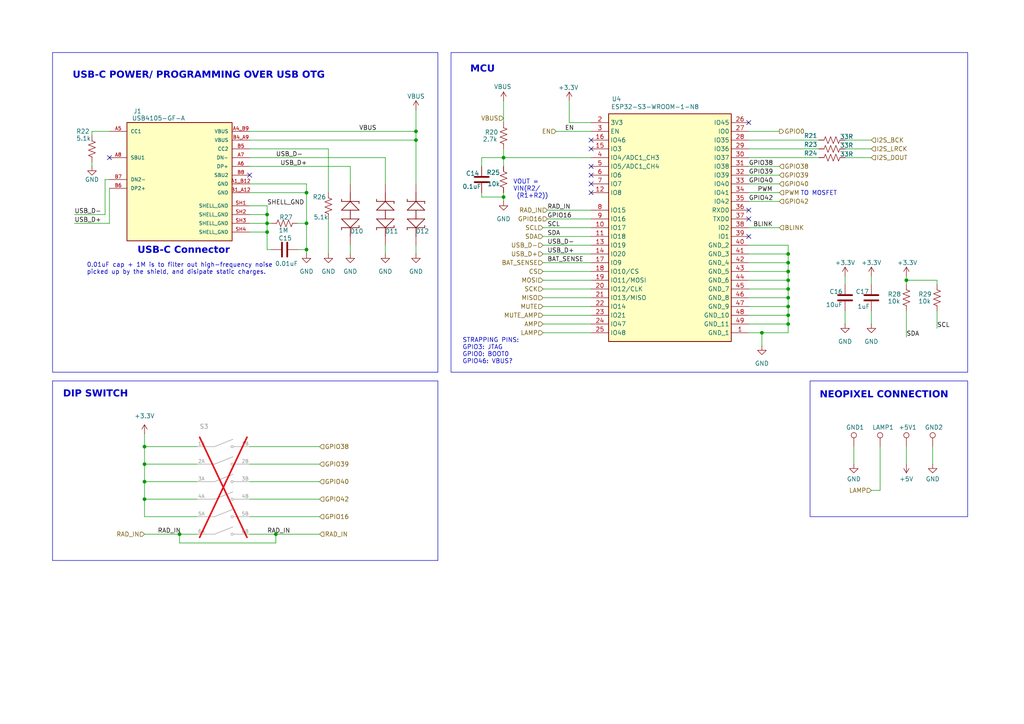
<source format=kicad_sch>
(kicad_sch (version 20250114) (generator "eeschema") (generator_version "9.0")
  (paper "A4")
  (lib_symbols
    (symbol "C_1" (pin_numbers (hide yes)) (pin_names (offset 0.254))
      (property "Reference" "C" (at 0.635 2.54 0))
      (property "Value" "C" (at 0.635 -2.54 0))
      (symbol "C_1_0_1"
        (polyline (pts (xy -2.032 0.762) (xy 2.032 0.762)) (stroke (width 0.508)))
        (polyline (pts (xy -2.032 -0.762) (xy 2.032 -0.762)) (stroke (width 0.508)))
      )
      (symbol "C_1_1_1"
        (pin passive line (at 0 3.81 270) (length 2.794) (name "~") (number "1"))
        (pin passive line (at 0 -3.81 90) (length 2.794) (name "~") (number "2"))
      )
    )
    (symbol "C_2" (pin_numbers (hide yes)) (pin_names (offset 0.254))
      (property "Reference" "C" (at 0.635 2.54 0))
      (property "Value" "C" (at 0.635 -2.54 0))
      (symbol "C_2_0_1"
        (polyline (pts (xy -2.032 0.762) (xy 2.032 0.762)) (stroke (width 0.508)))
        (polyline (pts (xy -2.032 -0.762) (xy 2.032 -0.762)) (stroke (width 0.508)))
      )
      (symbol "C_2_1_1"
        (pin passive line (at 0 3.81 270) (length 2.794) (name "~") (number "1"))
        (pin passive line (at 0 -3.81 90) (length 2.794) (name "~") (number "2"))
      )
    )
    (symbol "C_3" (pin_numbers (hide yes)) (pin_names (offset 0.254))
      (property "Reference" "C" (at 0.635 2.54 0))
      (property "Value" "C" (at 0.635 -2.54 0))
      (symbol "C_3_0_1"
        (polyline (pts (xy -2.032 0.762) (xy 2.032 0.762)) (stroke (width 0.508)))
        (polyline (pts (xy -2.032 -0.762) (xy 2.032 -0.762)) (stroke (width 0.508)))
      )
      (symbol "C_3_1_1"
        (pin passive line (at 0 3.81 270) (length 2.794) (name "~") (number "1"))
        (pin passive line (at 0 -3.81 90) (length 2.794) (name "~") (number "2"))
      )
    )
    (symbol "Connector:TestPoint" (pin_numbers (hide yes)) (pin_names (offset 0.762) (hide yes))
      (property "Reference" "TP" (at 0 6.858 0))
      (property "Value" "TestPoint" (at 0 5.08 0))
      (symbol "TestPoint_0_1"
        (circle (center 0 3.302) (radius 0.762))
      )
      (symbol "TestPoint_1_1"
        (pin passive line (at 0 0 90) (length 2.54) (name "1") (number "1"))
      )
    )
    (symbol "DIP SWITCH DS04-254-2-06BK-SMT:DS04-254-2-06BK-SMT" (pin_names (offset 1.016))
      (property "Reference" "S" (at -2.54 15.24 0))
      (property "Value" "DS04-254-2-06BK-SMT" (at -2.54 -15.24 0))
      (symbol "DS04-254-2-06BK-SMT_0_0"
        (polyline (pts (xy -2.54 12.7) (xy -5.08 12.7)) (stroke (width 0.1524)))
        (polyline (pts (xy -2.54 12.7) (xy 2.794 14.8336)) (stroke (width 0.1524)))
        (polyline (pts (xy -2.54 7.62) (xy -5.08 7.62)) (stroke (width 0.1524)))
        (polyline (pts (xy -2.54 7.62) (xy 2.794 9.7536)) (stroke (width 0.1524)))
        (polyline (pts (xy -2.54 2.54) (xy -5.08 2.54)) (stroke (width 0.1524)))
        (polyline (pts (xy -2.54 2.54) (xy 2.794 4.6736)) (stroke (width 0.1524)))
        (polyline (pts (xy -2.54 -2.54) (xy -5.08 -2.54)) (stroke (width 0.1524)))
        (polyline (pts (xy -2.54 -2.54) (xy 2.794 -0.4064)) (stroke (width 0.1524)))
        (polyline (pts (xy -2.54 -7.62) (xy -5.08 -7.62)) (stroke (width 0.1524)))
        (polyline (pts (xy -2.54 -7.62) (xy 2.794 -5.4864)) (stroke (width 0.1524)))
        (polyline (pts (xy -2.54 -12.7) (xy -5.08 -12.7)) (stroke (width 0.1524)))
        (polyline (pts (xy -2.54 -12.7) (xy 2.794 -10.5664)) (stroke (width 0.1524)))
        (circle (center 2.54 12.7) (radius 0.3302) (stroke (width 0.1524)))
        (circle (center 2.54 7.62) (radius 0.3302) (stroke (width 0.1524)))
        (circle (center 2.54 2.54) (radius 0.3302) (stroke (width 0.1524)))
        (circle (center 2.54 -2.54) (radius 0.3302) (stroke (width 0.1524)))
        (circle (center 2.54 -7.62) (radius 0.3302) (stroke (width 0.1524)))
        (circle (center 2.54 -12.7) (radius 0.3302) (stroke (width 0.1524)))
        (polyline (pts (xy 5.08 12.7) (xy 2.921 12.7)) (stroke (width 0.1524)))
        (polyline (pts (xy 5.08 7.62) (xy 2.921 7.62)) (stroke (width 0.1524)))
        (polyline (pts (xy 5.08 2.54) (xy 2.921 2.54)) (stroke (width 0.1524)))
        (polyline (pts (xy 5.08 -2.54) (xy 2.921 -2.54)) (stroke (width 0.1524)))
        (polyline (pts (xy 5.08 -7.62) (xy 2.921 -7.62)) (stroke (width 0.1524)))
        (polyline (pts (xy 5.08 -12.7) (xy 2.921 -12.7)) (stroke (width 0.1524)))
        (pin passive line (at -7.62 12.7 0) (length 2.54) (name "~") (number "1A"))
        (pin passive line (at -7.62 7.62 0) (length 2.54) (name "~") (number "2A"))
        (pin passive line (at -7.62 2.54 0) (length 2.54) (name "~") (number "3A"))
        (pin passive line (at -7.62 -2.54 0) (length 2.54) (name "~") (number "4A"))
        (pin passive line (at -7.62 -7.62 0) (length 2.54) (name "~") (number "5A"))
        (pin passive line (at -7.62 -12.7 0) (length 2.54) (name "~") (number "6A"))
        (pin passive line (at 7.62 12.7 180) (length 2.54) (name "~") (number "1B"))
        (pin passive line (at 7.62 7.62 180) (length 2.54) (name "~") (number "2B"))
        (pin passive line (at 7.62 2.54 180) (length 2.54) (name "~") (number "3B"))
        (pin passive line (at 7.62 -2.54 180) (length 2.54) (name "~") (number "4B"))
        (pin passive line (at 7.62 -7.62 180) (length 2.54) (name "~") (number "5B"))
        (pin passive line (at 7.62 -12.7 180) (length 2.54) (name "~") (number "6B"))
      )
    )
    (symbol "Device:C" (pin_numbers (hide yes)) (pin_names (offset 0.254))
      (property "Reference" "C" (at 0.635 2.54 0))
      (property "Value" "C" (at 0.635 -2.54 0))
      (symbol "C_0_1"
        (polyline (pts (xy -2.032 0.762) (xy 2.032 0.762)) (stroke (width 0.508)))
        (polyline (pts (xy -2.032 -0.762) (xy 2.032 -0.762)) (stroke (width 0.508)))
      )
      (symbol "C_1_1"
        (pin passive line (at 0 3.81 270) (length 2.794) (name "~") (number "1"))
        (pin passive line (at 0 -3.81 90) (length 2.794) (name "~") (number "2"))
      )
    )
    (symbol "Device:R_US" (pin_numbers (hide yes)) (pin_names (offset 0))
      (property "Reference" "R" (at 2.54 0 90))
      (property "Value" "R_US" (at -2.54 0 90))
      (symbol "R_US_0_1"
        (polyline (pts (xy 0 2.286) (xy 0 2.54)))
        (polyline (pts (xy 0 2.286) (xy 1.016 1.905) (xy 0 1.524) (xy -1.016 1.143) (xy 0 0.762)))
        (polyline (pts (xy 0 0.762) (xy 1.016 0.381) (xy 0 0) (xy -1.016 -0.381) (xy 0 -0.762)))
        (polyline (pts (xy 0 -0.762) (xy 1.016 -1.143) (xy 0 -1.524) (xy -1.016 -1.905) (xy 0 -2.286)))
        (polyline (pts (xy 0 -2.286) (xy 0 -2.54)))
      )
      (symbol "R_US_1_1"
        (pin passive line (at 0 3.81 270) (length 1.27) (name "~") (number "1"))
        (pin passive line (at 0 -3.81 90) (length 1.27) (name "~") (number "2"))
      )
    )
    (symbol "ESP32-S3-WROOM-1-N8:ESP32-S3-WROOM-1-N8"
      (property "Reference" "U" (at -10.16 29.21 0))
      (property "Value" "ESP32-S3-WROOM-1-N8" (at -10.16 26.67 0))
      (symbol "ESP32-S3-WROOM-1-N8_1_1"
        (rectangle (start -10.16 24.13) (end 25.4 -41.91) (stroke (width 0.254)) (fill (type background)))
        (pin passive line (at -15.24 21.59 0) (length 5.08) (name "3V3") (number "2"))
        (pin passive line (at -15.24 19.05 0) (length 5.08) (name "EN") (number "3"))
        (pin passive line (at -15.24 16.51 0) (length 5.08) (name "IO46") (number "16"))
        (pin passive line (at -15.24 13.97 0) (length 5.08) (name "IO3") (number "15"))
        (pin passive line (at -15.24 11.43 0) (length 5.08) (name "IO4/ADC1_CH3") (number "4"))
        (pin passive line (at -15.24 8.89 0) (length 5.08) (name "IO5/ADC1_CH4") (number "5"))
        (pin passive line (at -15.24 6.35 0) (length 5.08) (name "IO6") (number "6"))
        (pin passive line (at -15.24 3.81 0) (length 5.08) (name "IO7") (number "7"))
        (pin passive line (at -15.24 1.27 0) (length 5.08) (name "IO8") (number "12"))
        (pin passive line (at -15.24 -3.81 0) (length 5.08) (name "IO15") (number "8"))
        (pin passive line (at -15.24 -6.35 0) (length 5.08) (name "IO16") (number "9"))
        (pin passive line (at -15.24 -8.89 0) (length 5.08) (name "IO17") (number "10"))
        (pin passive line (at -15.24 -11.43 0) (length 5.08) (name "IO18") (number "11"))
        (pin passive line (at -15.24 -13.97 0) (length 5.08) (name "IO19") (number "13"))
        (pin passive line (at -15.24 -16.51 0) (length 5.08) (name "IO20") (number "14"))
        (pin passive line (at -15.24 -19.05 0) (length 5.08) (name "IO9") (number "17"))
        (pin passive line (at -15.24 -21.59 0) (length 5.08) (name "IO10/CS") (number "18"))
        (pin passive line (at -15.24 -24.13 0) (length 5.08) (name "IO11/MOSI") (number "19"))
        (pin passive line (at -15.24 -26.67 0) (length 5.08) (name "IO12/CLK") (number "20"))
        (pin passive line (at -15.24 -29.21 0) (length 5.08) (name "IO13/MISO") (number "21"))
        (pin passive line (at -15.24 -31.75 0) (length 5.08) (name "IO14") (number "22"))
        (pin passive line (at -15.24 -34.29 0) (length 5.08) (name "IO21") (number "23"))
        (pin passive line (at -15.24 -36.83 0) (length 5.08) (name "IO47") (number "24"))
        (pin passive line (at -15.24 -39.37 0) (length 5.08) (name "IO48") (number "25"))
        (pin passive line (at 30.48 21.59 180) (length 5.08) (name "IO45") (number "26"))
        (pin passive line (at 30.48 19.05 180) (length 5.08) (name "IO0") (number "27"))
        (pin passive line (at 30.48 16.51 180) (length 5.08) (name "IO35") (number "28"))
        (pin passive line (at 30.48 13.97 180) (length 5.08) (name "IO36") (number "29"))
        (pin passive line (at 30.48 11.43 180) (length 5.08) (name "IO37") (number "30"))
        (pin passive line (at 30.48 8.89 180) (length 5.08) (name "IO38") (number "31"))
        (pin passive line (at 30.48 6.35 180) (length 5.08) (name "IO39") (number "32"))
        (pin passive line (at 30.48 3.81 180) (length 5.08) (name "IO40") (number "33"))
        (pin passive line (at 30.48 1.27 180) (length 5.08) (name "IO41") (number "34"))
        (pin passive line (at 30.48 -1.27 180) (length 5.08) (name "IO42") (number "35"))
        (pin passive line (at 30.48 -3.81 180) (length 5.08) (name "RXD0") (number "36"))
        (pin passive line (at 30.48 -6.35 180) (length 5.08) (name "TXD0") (number "37"))
        (pin passive line (at 30.48 -8.89 180) (length 5.08) (name "IO2") (number "38"))
        (pin passive line (at 30.48 -11.43 180) (length 5.08) (name "IO1") (number "39"))
        (pin passive line (at 30.48 -13.97 180) (length 5.08) (name "GND_2") (number "40"))
        (pin passive line (at 30.48 -16.51 180) (length 5.08) (name "GND_3") (number "41"))
        (pin passive line (at 30.48 -19.05 180) (length 5.08) (name "GND_4") (number "42"))
        (pin passive line (at 30.48 -21.59 180) (length 5.08) (name "GND_5") (number "43"))
        (pin passive line (at 30.48 -24.13 180) (length 5.08) (name "GND_6") (number "44"))
        (pin passive line (at 30.48 -26.67 180) (length 5.08) (name "GND_7") (number "45"))
        (pin passive line (at 30.48 -29.21 180) (length 5.08) (name "GND_8") (number "46"))
        (pin passive line (at 30.48 -31.75 180) (length 5.08) (name "GND_9") (number "47"))
        (pin passive line (at 30.48 -34.29 180) (length 5.08) (name "GND_10") (number "48"))
        (pin passive line (at 30.48 -36.83 180) (length 5.08) (name "GND_11") (number "49"))
        (pin passive line (at 30.48 -39.37 180) (length 5.08) (name "GND_1") (number "1"))
      )
    )
    (symbol "PESD5V0S1BA_2" (pin_numbers (hide yes)) (pin_names (offset 0.254) (hide yes))
      (property "Reference" "CR" (at 9.525 -5.715 0))
      (property "Value" "PESD5V0S1BA" (at 8.89 -9.525 0))
      (symbol "PESD5V0S1BA_2_0_1"
        (polyline (pts (xy 2.54 0) (xy 5.08 0)) (stroke (width 0.2032)))
        (polyline (pts (xy 5.08 2.54) (xy 4.445 2.54)) (stroke (width 0.2032)))
        (polyline (pts (xy 5.08 2.54) (xy 5.08 -2.54)) (stroke (width 0.2032)))
        (polyline (pts (xy 5.08 -2.54) (xy 5.715 -2.54)) (stroke (width 0.2032)))
        (polyline (pts (xy 7.62 2.54) (xy 5.08 0)) (stroke (width 0.2032)))
        (polyline (pts (xy 7.62 2.54) (xy 7.62 -2.54)) (stroke (width 0.2032)))
        (polyline (pts (xy 7.62 -2.54) (xy 5.08 0)) (stroke (width 0.2032)))
        (polyline (pts (xy 10.16 2.54) (xy 12.7 0)) (stroke (width 0.2032)))
        (polyline (pts (xy 10.16 0) (xy 7.62 0)) (stroke (width 0.2032)))
        (polyline (pts (xy 10.16 -2.54) (xy 10.16 2.54)) (stroke (width 0.2032)))
        (polyline (pts (xy 10.16 -2.54) (xy 12.7 0)) (stroke (width 0.2032)))
        (polyline (pts (xy 12.7 2.54) (xy 13.335 2.54)) (stroke (width 0.2032)))
        (polyline (pts (xy 12.7 -2.54) (xy 12.065 -2.54)) (stroke (width 0.2032)))
        (polyline (pts (xy 12.7 -2.54) (xy 12.7 2.54)) (stroke (width 0.2032)))
        (polyline (pts (xy 15.24 0) (xy 12.7 0)) (stroke (width 0.2032)))
      )
      (symbol "PESD5V0S1BA_2_1_1"
        (pin power_in line (at 0 0 0) (length 2.54) (name "1") (number "1"))
        (pin passive line (at 17.78 0 180) (length 2.54) (name "2") (number "2"))
      )
    )
    (symbol "USB4105-GF-A_1" (pin_names (offset 1.016))
      (property "Reference" "J" (at -13.97 13.462 0))
      (property "Value" "USB4105-GF-A" (at -14.732 -25.4 0))
      (symbol "USB4105-GF-A_1_0_0"
        (rectangle (start -15.24 12.7) (end 15.24 -21.59) (stroke (width 0.254)) (fill (type background)))
        (pin bidirectional line (at -20.32 10.16 0) (length 5.08) (name "CC1") (number "A5"))
        (pin bidirectional line (at -20.32 2.54 0) (length 5.08) (name "SBU1") (number "A8"))
        (pin power_in line (at 20.32 7.62 180) (length 5.08) (name "VBUS") (number "B4_A9"))
        (pin bidirectional line (at 20.32 5.08 180) (length 5.08) (name "CC2") (number "B5"))
        (pin bidirectional line (at 20.32 -2.54 180) (length 5.08) (name "SBU2") (number "B8"))
        (pin power_in line (at 20.32 -5.08 180) (length 5.08) (name "GND") (number "A1_B12"))
        (pin power_in line (at 20.32 -7.62 180) (length 5.08) (name "GND") (number "B1_A12"))
      )
      (symbol "USB4105-GF-A_1_1_0"
        (pin bidirectional line (at -20.32 -3.81 0) (length 5.08) (name "DN2-") (number "B7"))
        (pin bidirectional line (at -20.32 -6.35 0) (length 5.08) (name "DP2+") (number "B6"))
        (pin power_in line (at 20.32 10.16 180) (length 5.08) (name "VBUS") (number "A4_B9"))
        (pin bidirectional line (at 20.32 2.54 180) (length 5.08) (name "DN-") (number "A7"))
        (pin bidirectional line (at 20.32 0 180) (length 5.08) (name "DP+") (number "A6"))
        (pin passive line (at 20.32 -11.43 180) (length 5.08) (name "SHELL_GND") (number "SH1"))
        (pin passive line (at 20.32 -13.97 180) (length 5.08) (name "SHELL_GND") (number "SH2"))
        (pin passive line (at 20.32 -16.51 180) (length 5.08) (name "SHELL_GND") (number "SH3"))
        (pin passive line (at 20.32 -19.05 180) (length 5.08) (name "SHELL_GND") (number "SH4"))
      )
    )
    (symbol "power:+3.3V" (power) (pin_numbers (hide yes)) (pin_names (offset 0) (hide yes))
      (property "Value" "+3.3V" (at 0 3.556 0))
      (symbol "+3.3V_0_1"
        (polyline (pts (xy -0.762 1.27) (xy 0 2.54)))
        (polyline (pts (xy 0 2.54) (xy 0.762 1.27)))
        (polyline (pts (xy 0 0) (xy 0 2.54)))
      )
      (symbol "+3.3V_1_1"
        (pin power_in line (at 0 0 90) (length 0) (name "~") (number "1"))
      )
    )
    (symbol "power:+5V" (power) (pin_numbers (hide yes)) (pin_names (offset 0) (hide yes))
      (property "Value" "+5V" (at 0 3.556 0))
      (symbol "+5V_0_1"
        (polyline (pts (xy -0.762 1.27) (xy 0 2.54)))
        (polyline (pts (xy 0 2.54) (xy 0.762 1.27)))
        (polyline (pts (xy 0 0) (xy 0 2.54)))
      )
      (symbol "+5V_1_1"
        (pin power_in line (at 0 0 90) (length 0) (name "~") (number "1"))
      )
    )
    (symbol "power:+BATT" (power) (pin_numbers (hide yes)) (pin_names (offset 0) (hide yes))
      (property "Value" "+BATT" (at 0 3.556 0))
      (symbol "+BATT_0_1"
        (polyline (pts (xy -0.762 1.27) (xy 0 2.54)))
        (polyline (pts (xy 0 2.54) (xy 0.762 1.27)))
        (polyline (pts (xy 0 0) (xy 0 2.54)))
      )
      (symbol "+BATT_1_1"
        (pin power_in line (at 0 0 90) (length 0) (name "~") (number "1"))
      )
    )
    (symbol "power:GND" (power) (pin_numbers (hide yes)) (pin_names (offset 0) (hide yes))
      (property "Value" "GND" (at 0 -3.81 0))
      (symbol "GND_0_1"
        (polyline (pts (xy 0 0) (xy 0 -1.27) (xy 1.27 -1.27) (xy 0 -2.54) (xy -1.27 -1.27) (xy 0 -1.27)))
      )
      (symbol "GND_1_1"
        (pin power_in line (at 0 0 270) (length 0) (name "~") (number "1"))
      )
    )
    (symbol "power:VBUS" (power) (pin_numbers (hide yes)) (pin_names (offset 0) (hide yes))
      (property "Value" "VBUS" (at 0 3.556 0))
      (symbol "VBUS_0_1"
        (polyline (pts (xy -0.762 1.27) (xy 0 2.54)))
        (polyline (pts (xy 0 2.54) (xy 0.762 1.27)))
        (polyline (pts (xy 0 0) (xy 0 2.54)))
      )
      (symbol "VBUS_1_1"
        (pin power_in line (at 0 0 90) (length 0) (name "~") (number "1"))
      )
    )
  )
  (rectangle (start 130.81 15.24) (end 280.67 107.95))
  (rectangle (start 15.24 15.24) (end 127 107.95))
  (rectangle (start 234.95 110.49) (end 280.67 149.86))
  (text "USB-C POWER/ PROGRAMMING OVER USB OTG" (at 21.082 23.622 0) (effects (font (size 2 2) (thickness 1.016) (bold yes)) (justify left bottom)))
  (text "0.01uF cap + 1M is to filter out high-frequency noise \npicked up by the shield, and disipate static charges." (at 25.146 77.978 0) (effects (font (size 1.27 1.27)) (justify left)))
  (text "MCU" (at 136.398 21.844 0) (effects (font (size 2 2) (thickness 1.016) (bold yes)) (justify left bottom)))
  (text "DIP SWITCH " (at 18.288 116.078 0) (effects (font (size 2 2) (thickness 1.016) (bold yes)) (justify left bottom)))
  (text "VOUT = \nVIN(R2/\n (R1+R2))" (at 148.844 54.864 0) (effects (font (size 1.27 1.27)) (justify left)))
  (text "TO MOSFET" (at 232.156 56.134 0) (effects (font (size 1.27 1.27)) (justify left)))
  (text "USB-C Connector" (at 39.878 74.422 0) (effects (font (size 2 2) (thickness 0.4064) (bold yes)) (justify left bottom)))
  (text "STRAPPING PINS: \nGPIO3: JTAG\nGPIO0: BOOT0\nGPIO46: VBUS?" (at 134.112 101.854 0) (effects (font (size 1.27 1.27)) (justify left)))
  (text "NEOPIXEL CONNECTION" (at 237.744 116.332 0) (effects (font (size 2 2) (thickness 0.4064) (bold yes)) (justify left bottom)))
  (junction (at 88.9 55.88))
  (junction (at 52.07 154.94))
  (junction (at 120.65 40.64))
  (junction (at 146.05 45.72))
  (junction (at 41.91 144.78))
  (junction (at 80.01 154.94))
  (junction (at 146.05 57.15))
  (junction (at 228.6 86.36))
  (junction (at 88.9 64.77))
  (junction (at 262.89 81.28))
  (junction (at 228.6 88.9))
  (junction (at 77.47 67.31))
  (junction (at 220.98 96.52))
  (junction (at 228.6 76.2))
  (junction (at 228.6 91.44))
  (junction (at 228.6 73.66))
  (junction (at 77.47 64.77))
  (junction (at 228.6 83.82))
  (junction (at 228.6 78.74))
  (junction (at 228.6 93.98))
  (junction (at 41.91 129.54))
  (junction (at 88.9 72.39))
  (junction (at 228.6 81.28))
  (junction (at 120.65 38.1))
  (junction (at 77.47 62.23))
  (junction (at 41.91 139.7))
  (junction (at 41.91 134.62))
  (no_connect (at 72.39 50.8))
  (no_connect (at 171.45 40.64))
  (no_connect (at 217.17 35.56))
  (no_connect (at 171.45 43.18))
  (no_connect (at 171.45 48.26))
  (no_connect (at 217.17 68.58))
  (no_connect (at 171.45 55.88))
  (no_connect (at 171.45 50.8))
  (no_connect (at 217.17 60.96))
  (no_connect (at 171.45 53.34))
  (no_connect (at 31.75 45.72))
  (no_connect (at 217.17 63.5))
  (wire (pts (xy 157.48 86.36) (xy 171.45 86.36)))
  (wire (pts (xy 120.65 40.64) (xy 120.65 53.34)))
  (wire (pts (xy 146.05 45.72) (xy 146.05 48.26)))
  (wire (pts (xy 228.6 91.44) (xy 217.17 91.44)))
  (wire (pts (xy 72.39 149.86) (xy 92.71 149.86)))
  (wire (pts (xy 52.07 157.48) (xy 80.01 157.48)))
  (wire (pts (xy 158.75 63.5) (xy 171.45 63.5)))
  (wire (pts (xy 120.65 38.1) (xy 120.65 40.64)))
  (wire (pts (xy 72.39 134.62) (xy 92.71 134.62)))
  (wire (pts (xy 120.65 31.75) (xy 120.65 38.1)))
  (wire (pts (xy 217.17 45.72) (xy 237.49 45.72)))
  (wire (pts (xy 77.47 72.39) (xy 77.47 67.31)))
  (wire (pts (xy 228.6 78.74) (xy 228.6 81.28)))
  (wire (pts (xy 139.7 45.72) (xy 146.05 45.72)))
  (wire (pts (xy 228.6 86.36) (xy 228.6 88.9)))
  (wire (pts (xy 161.29 38.1) (xy 171.45 38.1)))
  (polyline (pts (xy 127 162.56) (xy 127 110.49)) (stroke (width 0) (type solid)))
  (wire (pts (xy 245.11 43.18) (xy 252.73 43.18)))
  (wire (pts (xy 157.48 73.66) (xy 171.45 73.66)))
  (wire (pts (xy 111.76 45.72) (xy 111.76 53.34)))
  (wire (pts (xy 88.9 64.77) (xy 88.9 72.39)))
  (polyline (pts (xy 15.24 162.56) (xy 127 162.56)))
  (wire (pts (xy 146.05 43.18) (xy 146.05 45.72)))
  (wire (pts (xy 247.65 129.54) (xy 247.65 134.62)))
  (wire (pts (xy 72.39 53.34) (xy 88.9 53.34)))
  (wire (pts (xy 217.17 71.12) (xy 228.6 71.12)))
  (wire (pts (xy 101.6 48.26) (xy 101.6 53.34)))
  (wire (pts (xy 220.98 96.52) (xy 220.98 100.33)))
  (wire (pts (xy 217.17 48.26) (xy 226.06 48.26)))
  (wire (pts (xy 72.39 154.94) (xy 80.01 154.94)))
  (wire (pts (xy 111.76 71.12) (xy 111.76 73.66)))
  (wire (pts (xy 31.75 38.1) (xy 26.67 38.1)))
  (wire (pts (xy 146.05 29.21) (xy 146.05 35.56)))
  (wire (pts (xy 80.01 154.94) (xy 80.01 157.48)))
  (wire (pts (xy 217.17 86.36) (xy 228.6 86.36)))
  (wire (pts (xy 41.91 125.73) (xy 41.91 129.54)))
  (wire (pts (xy 217.17 96.52) (xy 220.98 96.52)))
  (wire (pts (xy 72.39 67.31) (xy 77.47 67.31)))
  (wire (pts (xy 245.11 80.01) (xy 245.11 82.55)))
  (wire (pts (xy 72.39 144.78) (xy 92.71 144.78)))
  (wire (pts (xy 72.39 62.23) (xy 77.47 62.23)))
  (wire (pts (xy 271.78 81.28) (xy 271.78 82.55)))
  (wire (pts (xy 217.17 38.1) (xy 226.06 38.1)))
  (wire (pts (xy 26.67 38.1) (xy 26.67 39.37)))
  (wire (pts (xy 95.25 43.18) (xy 95.25 55.88)))
  (wire (pts (xy 217.17 55.88) (xy 226.06 55.88)))
  (wire (pts (xy 228.6 73.66) (xy 228.6 76.2)))
  (wire (pts (xy 72.39 43.18) (xy 95.25 43.18)))
  (wire (pts (xy 165.1 35.56) (xy 171.45 35.56)))
  (wire (pts (xy 270.51 129.54) (xy 270.51 134.62)))
  (wire (pts (xy 88.9 55.88) (xy 88.9 64.77)))
  (wire (pts (xy 255.27 129.54) (xy 255.27 142.24)))
  (wire (pts (xy 157.48 71.12) (xy 171.45 71.12)))
  (wire (pts (xy 41.91 144.78) (xy 57.15 144.78)))
  (wire (pts (xy 41.91 154.94) (xy 52.07 154.94)))
  (wire (pts (xy 217.17 73.66) (xy 228.6 73.66)))
  (wire (pts (xy 30.48 52.07) (xy 30.48 62.23)))
  (wire (pts (xy 245.11 90.17) (xy 245.11 93.98)))
  (wire (pts (xy 217.17 58.42) (xy 226.06 58.42)))
  (wire (pts (xy 95.25 63.5) (xy 95.25 73.66)))
  (wire (pts (xy 262.89 90.17) (xy 262.89 97.79)))
  (wire (pts (xy 228.6 71.12) (xy 228.6 73.66)))
  (wire (pts (xy 41.91 144.78) (xy 41.91 149.86)))
  (wire (pts (xy 72.39 38.1) (xy 120.65 38.1)))
  (wire (pts (xy 77.47 59.69) (xy 77.47 62.23)))
  (wire (pts (xy 157.48 88.9) (xy 171.45 88.9)))
  (wire (pts (xy 228.6 93.98) (xy 228.6 96.52)))
  (wire (pts (xy 157.48 81.28) (xy 171.45 81.28)))
  (wire (pts (xy 171.45 45.72) (xy 146.05 45.72)))
  (wire (pts (xy 228.6 91.44) (xy 228.6 93.98)))
  (wire (pts (xy 146.05 57.15) (xy 146.05 58.42)))
  (wire (pts (xy 252.73 142.24) (xy 255.27 142.24)))
  (wire (pts (xy 139.7 57.15) (xy 146.05 57.15)))
  (wire (pts (xy 72.39 48.26) (xy 101.6 48.26)))
  (wire (pts (xy 72.39 45.72) (xy 111.76 45.72)))
  (wire (pts (xy 157.48 66.04) (xy 171.45 66.04)))
  (wire (pts (xy 21.59 62.23) (xy 30.48 62.23)))
  (wire (pts (xy 217.17 83.82) (xy 228.6 83.82)))
  (wire (pts (xy 217.17 78.74) (xy 228.6 78.74)))
  (wire (pts (xy 86.36 64.77) (xy 88.9 64.77)))
  (wire (pts (xy 262.89 81.28) (xy 262.89 82.55)))
  (wire (pts (xy 217.17 53.34) (xy 226.06 53.34)))
  (wire (pts (xy 217.17 40.64) (xy 237.49 40.64)))
  (wire (pts (xy 77.47 72.39) (xy 78.74 72.39)))
  (wire (pts (xy 31.75 52.07) (xy 30.48 52.07)))
  (wire (pts (xy 217.17 66.04) (xy 226.06 66.04)))
  (wire (pts (xy 52.07 154.94) (xy 52.07 157.48)))
  (wire (pts (xy 80.01 154.94) (xy 92.71 154.94)))
  (wire (pts (xy 26.67 46.99) (xy 26.67 48.26)))
  (wire (pts (xy 41.91 129.54) (xy 57.15 129.54)))
  (wire (pts (xy 245.11 45.72) (xy 252.73 45.72)))
  (wire (pts (xy 228.6 81.28) (xy 228.6 83.82)))
  (wire (pts (xy 72.39 139.7) (xy 92.71 139.7)))
  (wire (pts (xy 217.17 50.8) (xy 226.06 50.8)))
  (wire (pts (xy 72.39 64.77) (xy 77.47 64.77)))
  (wire (pts (xy 88.9 72.39) (xy 88.9 73.66)))
  (wire (pts (xy 228.6 88.9) (xy 228.6 91.44)))
  (wire (pts (xy 41.91 134.62) (xy 41.91 139.7)))
  (wire (pts (xy 157.48 96.52) (xy 171.45 96.52)))
  (wire (pts (xy 72.39 55.88) (xy 88.9 55.88)))
  (wire (pts (xy 228.6 76.2) (xy 228.6 78.74)))
  (wire (pts (xy 228.6 83.82) (xy 228.6 86.36)))
  (wire (pts (xy 146.05 55.88) (xy 146.05 57.15)))
  (wire (pts (xy 157.48 78.74) (xy 171.45 78.74)))
  (polyline (pts (xy 15.24 110.49) (xy 127 110.49)))
  (wire (pts (xy 41.91 129.54) (xy 41.91 134.62)))
  (wire (pts (xy 77.47 64.77) (xy 77.47 67.31)))
  (wire (pts (xy 245.11 40.64) (xy 252.73 40.64)))
  (wire (pts (xy 101.6 71.12) (xy 101.6 73.66)))
  (wire (pts (xy 262.89 129.54) (xy 262.89 134.62)))
  (wire (pts (xy 86.36 72.39) (xy 88.9 72.39)))
  (wire (pts (xy 77.47 62.23) (xy 77.47 64.77)))
  (wire (pts (xy 157.48 83.82) (xy 171.45 83.82)))
  (wire (pts (xy 139.7 48.26) (xy 139.7 45.72)))
  (wire (pts (xy 41.91 149.86) (xy 57.15 149.86)))
  (wire (pts (xy 217.17 93.98) (xy 228.6 93.98)))
  (wire (pts (xy 41.91 139.7) (xy 57.15 139.7)))
  (wire (pts (xy 157.48 68.58) (xy 171.45 68.58)))
  (wire (pts (xy 262.89 81.28) (xy 271.78 81.28)))
  (wire (pts (xy 252.73 90.17) (xy 252.73 93.98)))
  (wire (pts (xy 157.48 76.2) (xy 171.45 76.2)))
  (wire (pts (xy 72.39 59.69) (xy 77.47 59.69)))
  (wire (pts (xy 217.17 81.28) (xy 228.6 81.28)))
  (wire (pts (xy 271.78 90.17) (xy 271.78 95.25)))
  (wire (pts (xy 165.1 29.21) (xy 165.1 35.56)))
  (wire (pts (xy 217.17 43.18) (xy 237.49 43.18)))
  (wire (pts (xy 88.9 53.34) (xy 88.9 55.88)))
  (wire (pts (xy 217.17 88.9) (xy 228.6 88.9)))
  (wire (pts (xy 252.73 80.01) (xy 252.73 82.55)))
  (wire (pts (xy 262.89 80.01) (xy 262.89 81.28)))
  (wire (pts (xy 41.91 139.7) (xy 41.91 144.78)))
  (wire (pts (xy 157.48 93.98) (xy 171.45 93.98)))
  (wire (pts (xy 57.15 134.62) (xy 41.91 134.62)))
  (wire (pts (xy 72.39 40.64) (xy 120.65 40.64)))
  (wire (pts (xy 120.65 71.12) (xy 120.65 73.66)))
  (wire (pts (xy 78.74 64.77) (xy 77.47 64.77)))
  (wire (pts (xy 52.07 154.94) (xy 57.15 154.94)))
  (wire (pts (xy 21.59 64.77) (xy 31.75 64.77)))
  (wire (pts (xy 139.7 55.88) (xy 139.7 57.15)))
  (wire (pts (xy 158.75 60.96) (xy 171.45 60.96)))
  (wire (pts (xy 72.39 129.54) (xy 92.71 129.54)))
  (wire (pts (xy 217.17 76.2) (xy 228.6 76.2)))
  (wire (pts (xy 31.75 64.77) (xy 31.75 54.61)))
  (wire (pts (xy 157.48 91.44) (xy 171.45 91.44)))
  (wire (pts (xy 220.98 96.52) (xy 228.6 96.52)))
  (polyline (pts (xy 15.24 110.49) (xy 15.24 162.56)))
  (label "USB_D+" (at 158.75 73.66 0))
  (label "PWM" (at 219.71 55.88 0))
  (label "SHELL_GND" (at 77.47 59.69 0))
  (label "SDA" (at 158.75 68.58 0))
  (label "USB_D-" (at 80.01 45.72 0))
  (label "GPIO42" (at 217.17 58.42 0))
  (label "SCL" (at 158.75 66.04 0))
  (label "GPIO16" (at 158.75 63.5 0))
  (label "USB_D-" (at 158.75 71.12 0))
  (label "SCL" (at 271.78 95.25 0))
  (label "GPIO40" (at 217.17 53.34 0))
  (label "EN" (at 163.83 38.1 0))
  (label "BLINK" (at 218.44 66.04 0))
  (label "USB_D+" (at 81.28 48.26 0))
  (label "USB_D-" (at 21.59 62.23 0))
  (label "USB_D+" (at 21.59 64.77 0))
  (label "RAD_IN" (at 158.75 60.96 0))
  (label "RAD_IN" (at 77.47 154.94 0))
  (label "GPIO39" (at 217.17 50.8 0))
  (label "VBUS" (at 104.14 38.1 0))
  (label "RAD_IN" (at 45.72 154.94 0))
  (label "BAT_SENSE" (at 158.75 76.2 0))
  (label "GPIO38" (at 217.17 48.26 0))
  (label "SDA" (at 262.89 97.79 0))
  (hierarchical_label "I2S_BCK" (shape input) (at 252.73 40.64 0))
  (hierarchical_label "LAMP" (shape input) (at 157.48 96.52 180))
  (hierarchical_label "USB_D+" (shape input) (at 157.48 73.66 180))
  (hierarchical_label "GPIO0" (shape output) (at 226.06 38.1 0))
  (hierarchical_label "I2S_DOUT" (shape input) (at 252.73 45.72 0))
  (hierarchical_label "SDA" (shape input) (at 157.48 68.58 180))
  (hierarchical_label "GPIO40" (shape input) (at 92.71 139.7 0))
  (hierarchical_label "CS" (shape input) (at 157.48 78.74 180))
  (hierarchical_label "GPIO40" (shape input) (at 226.06 53.34 0))
  (hierarchical_label "USB_D-" (shape input) (at 157.48 71.12 180))
  (hierarchical_label "BAT_SENSE" (shape input) (at 157.48 76.2 180))
  (hierarchical_label "LAMP" (shape input) (at 252.73 142.24 180))
  (hierarchical_label "RAD_IN" (shape input) (at 158.75 60.96 180))
  (hierarchical_label "EN" (shape input) (at 161.29 38.1 180))
  (hierarchical_label "MISO" (shape input) (at 157.48 86.36 180))
  (hierarchical_label "PWM" (shape input) (at 226.06 55.88 0))
  (hierarchical_label "AMP" (shape input) (at 157.48 93.98 180))
  (hierarchical_label "GPIO42" (shape input) (at 226.06 58.42 0))
  (hierarchical_label "GPIO39" (shape input) (at 226.06 50.8 0))
  (hierarchical_label "GPIO38" (shape input) (at 226.06 48.26 0))
  (hierarchical_label "I2S_LRCK" (shape input) (at 252.73 43.18 0))
  (hierarchical_label "SCL" (shape input) (at 157.48 66.04 180))
  (hierarchical_label "MUTE_AMP" (shape input) (at 157.48 91.44 180))
  (hierarchical_label "GPIO39" (shape input) (at 92.71 134.62 0))
  (hierarchical_label "SCK" (shape input) (at 157.48 83.82 180))
  (hierarchical_label "GPIO16" (shape input) (at 158.75 63.5 180))
  (hierarchical_label "GPIO42" (shape input) (at 92.71 144.78 0))
  (hierarchical_label "RAD_IN" (shape input) (at 92.71 154.94 0))
  (hierarchical_label "GPIO16" (shape input) (at 92.71 149.86 0))
  (hierarchical_label "VBUS" (shape input) (at 146.05 34.29 180))
  (hierarchical_label "MOSI" (shape input) (at 157.48 81.28 180))
  (hierarchical_label "BLINK" (shape input) (at 226.06 66.04 0))
  (hierarchical_label "GPIO38" (shape input) (at 92.71 129.54 0))
  (hierarchical_label "MUTE" (shape input) (at 157.48 88.9 180))
  (hierarchical_label "RAD_IN" (shape input) (at 41.91 154.94 180))
  (symbol (lib_name "PESD5V0S1BA_2") (lib_id "PESD5V0S1BA:PESD5V0S1BA") (at 101.6 71.12 90) (unit 1)
    (property "Reference" "D10" (at 105.41 67.056 90) (effects (justify left)))
    (property "Value" "PESD5V0S1BA" (effects (hide yes)))
    (property "Footprint" "Diode_SMD:D_SOD-323" (effects (hide yes)))
    (property "Datasheet" "PESD5V0S1BA" (effects (hide yes)))
    (property "Description" "ESD protection diode, 5.0Vrwm, SOD-323" (effects (hide yes)))
    (property "MPN" "PESD5V0S1BA,115" (effects (hide yes)))
  )
  (symbol (lib_id "power:GND") (at 26.67 48.26 0) (unit 1)
    (property "Reference" "#PWR040" (effects (hide yes)))
    (property "Value" "GND" (at 26.67 52.07 0))
  )
  (symbol (lib_name "USB4105-GF-A_1") (lib_id "USB4105-GF-A:USB4105-GF-A") (at 52.07 48.26 0) (unit 1)
    (property "Reference" "J1" (at 39.878 32.258 0))
    (property "Value" "USB4105-GF-A" (at 45.974 34.29 0))
    (property "Footprint" "USB4105-GF-A:GCT_USB4105-GF-A" (effects (hide yes)))
    (property "MPN" "USB4105-GF-A" (effects (hide yes)))
  )
  (symbol (lib_id "power:+3.3V") (at 245.11 80.01 0) (unit 1)
    (property "Reference" "#PWR047" (effects (hide yes)))
    (property "Value" "+3.3V" (at 245.11 76.2 0))
    (property "Description" "Power symbol creates a global label with name \"+3.3V\"" (effects (hide yes)))
  )
  (symbol (lib_id "power:GND") (at 220.98 100.33 0) (unit 1)
    (property "Reference" "#PWR052" (effects (hide yes)))
    (property "Value" "GND" (at 220.98 105.41 0))
    (property "Description" "Power symbol creates a global label with name \"GND\" , ground" (effects (hide yes)))
  )
  (symbol (lib_id "power:GND") (at 120.65 73.66 0) (unit 1)
    (property "Reference" "#PWR046" (effects (hide yes)))
    (property "Value" "GND" (at 120.65 78.74 0))
    (property "Description" "Power symbol creates a global label with name \"GND\" , ground" (effects (hide yes)))
  )
  (symbol (lib_id "power:GND") (at 111.76 73.66 0) (unit 1)
    (property "Reference" "#PWR045" (effects (hide yes)))
    (property "Value" "GND" (at 111.76 78.74 0))
    (property "Description" "Power symbol creates a global label with name \"GND\" , ground" (effects (hide yes)))
  )
  (symbol (lib_id "ESP32-S3-WROOM-1-N8:ESP32-S3-WROOM-1-N8") (at 186.69 57.15 0) (unit 1)
    (property "Reference" "U4" (at 178.816 28.702 0))
    (property "Value" "ESP32-S3-WROOM-1-N8" (at 189.992 30.988 0))
    (property "Footprint" "KiCad:ESP32S3WROOM1N8R2" (effects (hide yes)))
    (property "Datasheet" "https://www.espressif.com/sites/default/files/documentation/esp32-s3-wroom-1_wroom-1u_datasheet_en.pdf" (effects (hide yes)))
    (property "Description" "SMD MODULE, ESP32-S3, 8 MB SPI F" (effects (hide yes)))
    (property "Height" "3.25" (effects (hide yes)))
    (property "Mouser Part Number" "356-ESP32-S3WROOM1N8" (effects (hide yes)))
    (property "Mouser Price/Stock" "https://www.mouser.co.uk/ProductDetail/Espressif-Systems/ESP32-S3-WROOM-1-N8?qs=Wj%2FVkw3K%252BMC1mq0KGPvoSQ%3D%3D" (effects (hide yes)))
    (property "Manufacturer_Name" "Espressif Systems" (effects (hide yes)))
    (property "MPN" "ESP32-S3-WROOM-1-N8" (effects (hide yes)))
  )
  (symbol (lib_name "C_2") (lib_id "Device:C") (at 245.11 86.36 0) (unit 1)
    (property "Reference" "C16" (at 240.538 84.582 0) (effects (justify left)))
    (property "Value" "10uF" (at 239.522 88.392 0) (effects (justify left)))
    (property "Footprint" "Capacitor_SMD:C_0805_2012Metric" (effects (hide yes)))
    (property "Description" "Unpolarized capacitor" (effects (hide yes)))
    (property "MPN" "CL21B106KPQNNNE" (effects (hide yes)))
  )
  (symbol (lib_id "power:+BATT") (at 146.05 29.21 0) (unit 1)
    (property "Reference" "#PWR037" (effects (hide yes)))
    (property "Value" "VBUS" (at 145.796 25.146 0))
    (property "Description" "Power symbol creates a global label with name \"+BATT\"" (effects (hide yes)))
  )
  (symbol (lib_id "Device:R_US") (at 262.89 86.36 180) (unit 1)
    (property "Reference" "R28" (at 261.366 85.344 0) (effects (justify left)))
    (property "Value" "10k" (at 261.112 87.376 0) (effects (justify left)))
    (property "Footprint" "Resistor_SMD:R_0805_2012Metric" (effects (hide yes)))
    (property "Description" "Resistor, US symbol" (effects (hide yes)))
    (property "MPN" "RMCF0805FT10K0" (effects (hide yes)))
  )
  (symbol (lib_id "power:+3.3V") (at 165.1 29.21 0) (unit 1)
    (property "Reference" "#PWR038" (effects (hide yes)))
    (property "Value" "+3.3V" (at 164.846 25.4 0))
    (property "Description" "Power symbol creates a global label with name \"+3.3V\"" (effects (hide yes)))
  )
  (symbol (lib_id "Device:R_US") (at 271.78 86.36 180) (unit 1)
    (property "Reference" "R29" (at 270.256 85.344 0) (effects (justify left)))
    (property "Value" "10k" (at 270.002 87.376 0) (effects (justify left)))
    (property "Footprint" "Resistor_SMD:R_0805_2012Metric" (effects (hide yes)))
    (property "Description" "Resistor, US symbol" (effects (hide yes)))
    (property "MPN" "RMCF0805FT10K0" (effects (hide yes)))
  )
  (symbol (lib_id "Device:R_US") (at 95.25 59.69 0) (unit 1)
    (property "Reference" "R26" (at 90.678 57.15 0) (effects (justify left)))
    (property "Value" "5.1k" (at 90.932 62.992 0) (effects (justify left)))
    (property "Footprint" "Resistor_SMD:R_0805_2012Metric" (effects (hide yes)))
    (property "Description" "Resistor, US symbol" (effects (hide yes)))
    (property "MPN" "RC0805JR-075K1L" (effects (hide yes)))
  )
  (symbol (lib_id "power:GND") (at 245.11 93.98 0) (unit 1)
    (property "Reference" "#PWR050" (effects (hide yes)))
    (property "Value" "GND" (at 245.11 99.06 0))
    (property "Description" "Power symbol creates a global label with name \"GND\" , ground" (effects (hide yes)))
  )
  (symbol (lib_id "power:GND") (at 95.25 73.66 0) (unit 1)
    (property "Reference" "#PWR043" (effects (hide yes)))
    (property "Value" "GND" (at 95.25 78.74 0))
    (property "Description" "Power symbol creates a global label with name \"GND\" , ground" (effects (hide yes)))
  )
  (symbol (lib_id "power:GND") (at 88.9 73.66 0) (unit 1)
    (property "Reference" "#PWR042" (effects (hide yes)))
    (property "Value" "GND" (at 88.9 78.74 0))
    (property "Description" "Power symbol creates a global label with name \"GND\" , ground" (effects (hide yes)))
  )
  (symbol (lib_id "Device:R_US") (at 26.67 43.18 0) (unit 1)
    (property "Reference" "R22" (at 22.098 38.1 0) (effects (justify left)))
    (property "Value" "5.1k" (at 22.098 40.132 0) (effects (justify left)))
    (property "Footprint" "Resistor_SMD:R_0805_2012Metric" (effects (hide yes)))
    (property "Description" "Resistor, US symbol" (effects (hide yes)))
    (property "MPN" "RC0805JR-075K1L" (effects (hide yes)))
  )
  (symbol (lib_id "Device:R_US") (at 241.3 45.72 270) (unit 1)
    (property "Reference" "R24" (at 233.172 44.45 90) (effects (justify left)))
    (property "Value" "33R" (at 243.586 44.704 90) (effects (justify left)))
    (property "Footprint" "Resistor_SMD:R_0805_2012Metric" (effects (hide yes)))
    (property "Description" "Resistor, US symbol" (effects (hide yes)))
    (property "MPN" "RC0805FR-0733RL" (effects (hide yes)))
  )
  (symbol (lib_id "power:GND") (at 101.6 73.66 0) (unit 1)
    (property "Reference" "#PWR044" (effects (hide yes)))
    (property "Value" "GND" (at 101.6 78.74 0))
    (property "Description" "Power symbol creates a global label with name \"GND\" , ground" (effects (hide yes)))
  )
  (symbol (lib_id "power:GND") (at 270.51 134.62 0) (unit 1)
    (property "Reference" "#PWR057" (effects (hide yes)))
    (property "Value" "GND" (at 270.51 138.938 0))
    (property "Description" "Power symbol creates a global label with name \"GND\" , ground" (effects (hide yes)))
  )
  (symbol (lib_id "Device:R_US") (at 146.05 52.07 180) (unit 1)
    (property "Reference" "R25" (at 145.034 50.038 0) (effects (justify left)))
    (property "Value" "10k" (at 145.034 53.34 0) (effects (justify left)))
    (property "Footprint" "Resistor_SMD:R_0805_2012Metric" (effects (hide yes)))
    (property "Description" "Resistor, US symbol" (effects (hide yes)))
    (property "MPN" "RMCF0805FT10K0" (effects (hide yes)))
  )
  (symbol (lib_name "PESD5V0S1BA_2") (lib_id "PESD5V0S1BA:PESD5V0S1BA") (at 120.65 71.12 90) (unit 1)
    (property "Reference" "D12" (at 124.46 67.056 90) (effects (justify left)))
    (property "Value" "PESD5V0S1BA" (effects (hide yes)))
    (property "Footprint" "Diode_SMD:D_SOD-323" (effects (hide yes)))
    (property "Datasheet" "PESD5V0S1BA" (effects (hide yes)))
    (property "Description" "ESD protection diode, 5.0Vrwm, SOD-323" (effects (hide yes)))
    (property "MPN" "PESD5V0S1BA,115" (effects (hide yes)))
  )
  (symbol (lib_id "Device:R_US") (at 146.05 39.37 180) (unit 1)
    (property "Reference" "R20" (at 144.526 38.354 0) (effects (justify left)))
    (property "Value" "2.7k" (at 144.272 40.386 0) (effects (justify left)))
    (property "Footprint" "Resistor_SMD:R_0805_2012Metric" (effects (hide yes)))
    (property "Description" "Resistor, US symbol" (effects (hide yes)))
    (property "MPN" "CRG0805F2K7" (effects (hide yes)))
  )
  (symbol (lib_id "power:+5V") (at 262.89 134.62 0) (mirror x) (unit 1)
    (property "Reference" "#PWR055" (effects (hide yes)))
    (property "Value" "+5V" (at 262.89 138.938 0))
    (property "Description" "Power symbol creates a global label with name \"+5V\"" (effects (hide yes)))
  )
  (symbol (lib_id "Device:C") (at 139.7 52.07 0) (unit 1)
    (property "Reference" "C14" (at 135.128 50.292 0) (effects (justify left)))
    (property "Value" "0.1uF" (at 134.112 54.102 0) (effects (justify left)))
    (property "Footprint" "Capacitor_SMD:C_0805_2012Metric" (effects (hide yes)))
    (property "Description" "Unpolarized capacitor" (effects (hide yes)))
    (property "MPN" "CC0805KRX7R9BB104" (effects (hide yes)))
  )
  (symbol (lib_id "power:+3.3V") (at 262.89 80.01 0) (unit 1)
    (property "Reference" "#PWR049" (effects (hide yes)))
    (property "Value" "+3.3V" (at 263.144 76.2 0))
    (property "Description" "Power symbol creates a global label with name \"+3.3V\"" (effects (hide yes)))
  )
  (symbol (lib_id "power:+3.3V") (at 252.73 80.01 0) (unit 1)
    (property "Reference" "#PWR048" (effects (hide yes)))
    (property "Value" "+3.3V" (at 252.73 76.2 0))
    (property "Description" "Power symbol creates a global label with name \"+3.3V\"" (effects (hide yes)))
  )
  (symbol (lib_id "Connector:TestPoint") (at 262.89 129.54 0) (unit 1)
    (property "Reference" "+5V1" (at 260.604 123.952 0) (effects (justify left)))
    (property "Value" "TestPoint" (effects (hide yes)))
    (property "Footprint" "Connector_Pin:Pin_D1.0mm_L10.0mm" (effects (hide yes)))
    (property "Description" "test point" (effects (hide yes)))
  )
  (symbol (lib_id "power:GND") (at 252.73 93.98 0) (unit 1)
    (property "Reference" "#PWR051" (effects (hide yes)))
    (property "Value" "GND" (at 252.73 99.06 0))
    (property "Description" "Power symbol creates a global label with name \"GND\" , ground" (effects (hide yes)))
  )
  (symbol (lib_id "Connector:TestPoint") (at 247.65 129.54 0) (unit 1)
    (property "Reference" "GND1" (at 245.364 123.952 0) (effects (justify left)))
    (property "Value" "TestPoint" (effects (hide yes)))
    (property "Footprint" "Connector_Pin:Pin_D1.0mm_L10.0mm" (effects (hide yes)))
    (property "Description" "test point" (effects (hide yes)))
  )
  (symbol (lib_id "Connector:TestPoint") (at 270.51 129.54 0) (unit 1)
    (property "Reference" "GND2" (at 268.224 123.952 0) (effects (justify left)))
    (property "Value" "TestPoint" (effects (hide yes)))
    (property "Footprint" "Connector_Pin:Pin_D1.0mm_L10.0mm" (effects (hide yes)))
    (property "Description" "test point" (effects (hide yes)))
  )
  (symbol (lib_id "Device:R_US") (at 82.55 64.77 90) (unit 1)
    (property "Reference" "R27" (at 81.026 62.992 90) (effects (justify right)))
    (property "Value" "1M" (at 80.772 66.802 90) (effects (justify right)))
    (property "Footprint" "Resistor_SMD:R_0805_2012Metric" (effects (hide yes)))
    (property "Description" "Resistor, US symbol" (effects (hide yes)))
    (property "MPN" "RC0805JR-071ML" (effects (hide yes)))
  )
  (symbol (lib_id "DIP SWITCH DS04-254-2-06BK-SMT:DS04-254-2-06BK-SMT") (at 64.77 142.24 0) (unit 1) (in_bom no) (on_board no) (dnp yes)
    (property "Reference" "S3" (at 59.182 123.698 0))
    (property "Value" "DS04-254-2-06BK-SMT" (effects (hide yes)))
    (property "Footprint" "DIP switch:DIP SWITCH SW_DS04-254-2-06BK-SMT" (effects (hide yes)))
    (property "MPN" "DS04-254-2-06BK-SMT" (effects (hide yes)))
  )
  (symbol (lib_id "power:+3.3V") (at 41.91 125.73 0) (unit 1)
    (property "Reference" "#PWR053" (effects (hide yes)))
    (property "Value" "+3.3V" (at 41.91 120.65 0))
    (property "Description" "Power symbol creates a global label with name \"+3.3V\"" (effects (hide yes)))
  )
  (symbol (lib_id "power:GND") (at 247.65 134.62 0) (unit 1)
    (property "Reference" "#PWR054" (effects (hide yes)))
    (property "Value" "GND" (at 247.65 138.938 0))
    (property "Description" "Power symbol creates a global label with name \"GND\" , ground" (effects (hide yes)))
  )
  (symbol (lib_name "C_1") (lib_id "Device:C") (at 82.55 72.39 270) (unit 1)
    (property "Reference" "C15" (at 80.772 69.088 90) (effects (justify left)))
    (property "Value" "0.01uF" (at 79.756 76.454 90) (effects (justify left)))
    (property "Footprint" "Capacitor_SMD:C_0805_2012Metric" (effects (hide yes)))
    (property "Description" "Unpolarized capacitor" (effects (hide yes)))
    (property "MPN" "C0805C103K5RACTU" (effects (hide yes)))
  )
  (symbol (lib_id "Connector:TestPoint") (at 255.27 129.54 0) (unit 1)
    (property "Reference" "LAMP1" (at 252.984 123.952 0) (effects (justify left)))
    (property "Value" "TestPoint" (effects (hide yes)))
    (property "Footprint" "Connector_Pin:Pin_D1.0mm_L10.0mm" (effects (hide yes)))
    (property "Description" "test point" (effects (hide yes)))
  )
  (symbol (lib_id "power:VBUS") (at 120.65 31.75 0) (unit 1)
    (property "Reference" "#PWR039" (effects (hide yes)))
    (property "Value" "VBUS" (at 120.65 27.94 0))
    (property "Description" "Power symbol creates a global label with name \"VBUS\"" (effects (hide yes)))
  )
  (symbol (lib_name "C_3") (lib_id "Device:C") (at 252.73 86.36 0) (unit 1)
    (property "Reference" "C17" (at 248.158 84.582 0) (effects (justify left)))
    (property "Value" "1uF" (at 248.666 88.9 0) (effects (justify left)))
    (property "Footprint" "Capacitor_SMD:C_0805_2012Metric" (effects (hide yes)))
    (property "Description" "Unpolarized capacitor" (effects (hide yes)))
    (property "MPN" "CC0805KKX5R6BB105" (effects (hide yes)))
  )
  (symbol (lib_id "power:GND") (at 146.05 58.42 0) (unit 1)
    (property "Reference" "#PWR041" (effects (hide yes)))
    (property "Value" "GND" (at 146.05 63.5 0))
    (property "Description" "Power symbol creates a global label with name \"GND\" , ground" (effects (hide yes)))
  )
  (symbol (lib_id "Device:R_US") (at 241.3 40.64 270) (unit 1)
    (property "Reference" "R21" (at 233.172 39.37 90) (effects (justify left)))
    (property "Value" "33R" (at 243.586 39.624 90) (effects (justify left)))
    (property "Footprint" "Resistor_SMD:R_0805_2012Metric" (effects (hide yes)))
    (property "Description" "Resistor, US symbol" (effects (hide yes)))
    (property "MPN" "RC0805FR-0733RL" (effects (hide yes)))
  )
  (symbol (lib_id "Device:R_US") (at 241.3 43.18 270) (unit 1)
    (property "Reference" "R23" (at 233.172 41.91 90) (effects (justify left)))
    (property "Value" "33R" (at 243.586 42.164 90) (effects (justify left)))
    (property "Footprint" "Resistor_SMD:R_0805_2012Metric" (effects (hide yes)))
    (property "Description" "Resistor, US symbol" (effects (hide yes)))
    (property "MPN" "RC0805FR-0733RL" (effects (hide yes)))
  )
  (symbol (lib_name "PESD5V0S1BA_2") (lib_id "PESD5V0S1BA:PESD5V0S1BA") (at 111.76 71.12 90) (unit 1)
    (property "Reference" "D11" (at 115.57 67.056 90) (effects (justify left)))
    (property "Value" "PESD5V0S1BA" (effects (hide yes)))
    (property "Footprint" "Diode_SMD:D_SOD-323" (effects (hide yes)))
    (property "Datasheet" "PESD5V0S1BA" (effects (hide yes)))
    (property "Description" "ESD protection diode, 5.0Vrwm, SOD-323" (effects (hide yes)))
    (property "MPN" "PESD5V0S1BA,115" (effects (hide yes)))
  )
)
</source>
